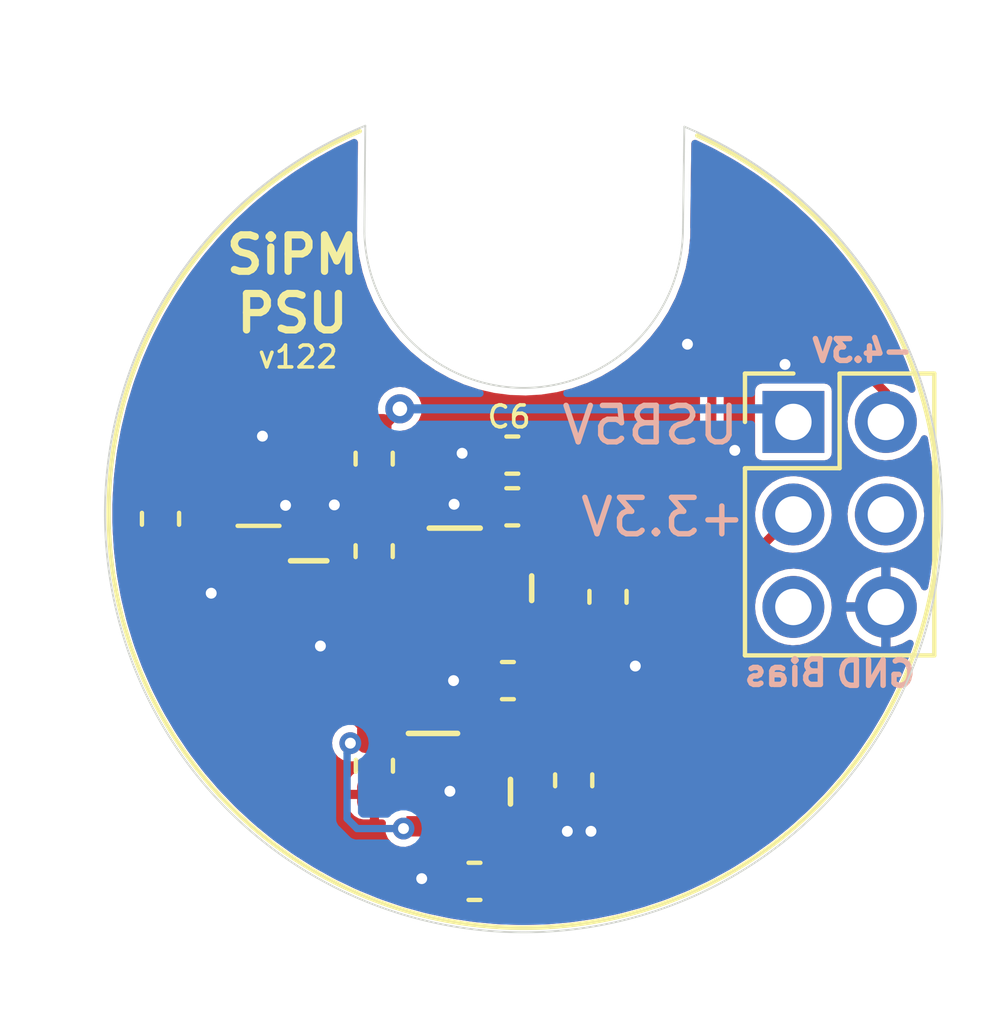
<source format=kicad_pcb>
(kicad_pcb (version 20201116) (generator pcbnew)
  (layers (0 "F.Cu" signal) (31 "B.Cu" signal) (34 "B.Paste" user) (35 "F.Paste" user) (36 "B.SilkS" user "B.Silkscreen") (37 "F.SilkS" user "F.Silkscreen") (38 "B.Mask" user) (39 "F.Mask" user) (44 "Edge.Cuts" user))
  (net 0 "")
  (net 1 "GND")
  (net 2 "+5V")
  (net 3 "VDDA")
  (net 4 "-5V")
  (net 5 "VSSA")
  (net 6 "Net-(C8-Pad2)")
  (net 7 "Net-(C8-Pad1)")
  (net 8 "Net-(C17-Pad2)")
  (net 9 "Net-(R8-Pad1)")
  (footprint "footprints:C_0603_1608Metric" (layer "F.Cu") (at 198.65 110.675)
    (fp_text reference "C17" hide)
    (fp_text value "10n" hide)
    (fp_line (start -0.162779 0.51) (end 0.162779 0.51) (layer "F.SilkS") (width 0.12))
    (fp_line (start -0.162779 -0.51) (end 0.162779 -0.51) (layer "F.SilkS") (width 0.12))
    (pad "1" smd roundrect (at -0.7875 0) (size 0.875 0.95) (layers "F.Cu" "F.Paste" "F.Mask") (net 1 "GND"))
    (pad "2" smd roundrect (at 0.7875 0) (size 0.875 0.95) (layers "F.Cu" "F.Paste" "F.Mask") (net 8 "Net-(C17-Pad2)"))
  )
  (footprint "footprints:TPS79333DBVR" (layer "F.Cu") (at 198.63495 108.212499)
    (fp_text reference "U5" hide)
    (fp_text value "TPS79333DBVR" hide)
    (fp_line (start -0.45 -1.6) (end -1.8 -1.6) (layer "F.SilkS") (width 0.1524))
    (fp_line (start 1.0033 0.337861) (end 1.0033 -0.337861) (layer "F.SilkS") (width 0.1524))
    (pad "1" smd rect (at -1.1176 -0.950001) (size 1.4732 0.5588) (layers "F.Cu" "F.Paste" "F.Mask") (net 2 "+5V"))
    (pad "2" smd rect (at -1.1176 0) (size 1.4732 0.5588) (layers "F.Cu" "F.Paste" "F.Mask") (net 1 "GND"))
    (pad "3" smd rect (at -1.1176 0.950001) (size 1.4732 0.5588) (layers "F.Cu" "F.Paste" "F.Mask") (net 2 "+5V"))
    (pad "4" smd rect (at 1.1176 0.950001) (size 1.4732 0.5588) (layers "F.Cu" "F.Paste" "F.Mask") (net 8 "Net-(C17-Pad2)"))
    (pad "5" smd rect (at 1.1176 -0.950001) (size 1.4732 0.5588) (layers "F.Cu" "F.Paste" "F.Mask") (net 3 "VDDA"))
  )
  (footprint "footprints:PinHeader_2x03_P2.54mm_Vertical" (layer "F.Cu") (at 207.41 98.06)
    (fp_text reference "J3" hide)
    (fp_text value "SSQ-103-03-G-D" hide)
    (fp_line (start 1.27 1.27) (end 1.27 -1.33) (layer "F.SilkS") (width 0.12))
    (fp_line (start 1.27 -1.33) (end 3.87 -1.33) (layer "F.SilkS") (width 0.12))
    (fp_line (start -1.33 1.27) (end -1.33 6.41) (layer "F.SilkS") (width 0.12))
    (fp_line (start -1.33 0) (end -1.33 -1.33) (layer "F.SilkS") (width 0.12))
    (fp_line (start -1.33 -1.33) (end 0 -1.33) (layer "F.SilkS") (width 0.12))
    (fp_line (start -1.33 6.41) (end 3.87 6.41) (layer "F.SilkS") (width 0.12))
    (fp_line (start -1.33 1.27) (end 1.27 1.27) (layer "F.SilkS") (width 0.12))
    (fp_line (start 3.87 -1.33) (end 3.87 6.41) (layer "F.SilkS") (width 0.12))
    (pad "1" thru_hole rect (at 0 0) (size 1.7 1.7) (drill 1) (layers *.Cu *.Mask) (net 2 "+5V"))
    (pad "2" thru_hole oval (at 2.54 0) (size 1.7 1.7) (drill 1) (layers *.Cu *.Mask) (net 5 "VSSA"))
    (pad "3" thru_hole oval (at 0 2.54) (size 1.7 1.7) (drill 1) (layers *.Cu *.Mask) (net 3 "VDDA"))
    (pad "4" thru_hole oval (at 2.54 2.54) (size 1.7 1.7) (drill 1) (layers *.Cu *.Mask))
    (pad "5" thru_hole oval (at 0 5.08) (size 1.7 1.7) (drill 1) (layers *.Cu *.Mask))
    (pad "6" thru_hole oval (at 2.54 5.08) (size 1.7 1.7) (drill 1) (layers *.Cu *.Mask) (net 1 "GND"))
  )
  (footprint "footprints:C_0603_1608Metric" (layer "F.Cu") (at 195.9 107.5 90)
    (fp_text reference "C2" hide)
    (fp_text value "1u" hide)
    (fp_line (start -0.162779 0.51) (end 0.162779 0.51) (layer "F.SilkS") (width 0.12))
    (fp_line (start -0.162779 -0.51) (end 0.162779 -0.51) (layer "F.SilkS") (width 0.12))
    (pad "1" smd roundrect (at -0.7875 0 90) (size 0.875 0.95) (layers "F.Cu" "F.Paste" "F.Mask") (net 1 "GND"))
    (pad "2" smd roundrect (at 0.7875 0 90) (size 0.875 0.95) (layers "F.Cu" "F.Paste" "F.Mask") (net 2 "+5V"))
  )
  (footprint "footprints:C_0603_1608Metric" (layer "F.Cu") (at 195.8946 99.067501 90)
    (fp_text reference "C1" hide)
    (fp_text value "22u" hide)
    (fp_line (start -0.162779 0.51) (end 0.162779 0.51) (layer "F.SilkS") (width 0.12))
    (fp_line (start -0.162779 -0.51) (end 0.162779 -0.51) (layer "F.SilkS") (width 0.12))
    (pad "1" smd roundrect (at -0.7875 0 90) (size 0.875 0.95) (layers "F.Cu" "F.Paste" "F.Mask") (net 1 "GND"))
    (pad "2" smd roundrect (at 0.7875 0 90) (size 0.875 0.95) (layers "F.Cu" "F.Paste" "F.Mask") (net 2 "+5V"))
  )
  (footprint "footprints:C_0603_1608Metric" (layer "F.Cu") (at 201.375 107.9 90)
    (fp_text reference "C3" hide)
    (fp_text value "22u" hide)
    (fp_line (start -0.162779 0.51) (end 0.162779 0.51) (layer "F.SilkS") (width 0.12))
    (fp_line (start -0.162779 -0.51) (end 0.162779 -0.51) (layer "F.SilkS") (width 0.12))
    (pad "1" smd roundrect (at -0.7875 0 90) (size 0.875 0.95) (layers "F.Cu" "F.Paste" "F.Mask") (net 1 "GND"))
    (pad "2" smd roundrect (at 0.7875 0 90) (size 0.875 0.95) (layers "F.Cu" "F.Paste" "F.Mask") (net 3 "VDDA"))
  )
  (footprint "footprints:C_0603_1608Metric" (layer "F.Cu") (at 190.025 100.718501 90)
    (fp_text reference "C8" hide)
    (fp_text value "1uF" hide)
    (fp_line (start -0.162779 -0.51) (end 0.162779 -0.51) (layer "F.SilkS") (width 0.12))
    (fp_line (start -0.162779 0.51) (end 0.162779 0.51) (layer "F.SilkS") (width 0.12))
    (pad "1" smd roundrect (at -0.7875 0 90) (size 0.875 0.95) (layers "F.Cu" "F.Paste" "F.Mask") (net 7 "Net-(C8-Pad1)"))
    (pad "2" smd roundrect (at 0.7875 0 90) (size 0.875 0.95) (layers "F.Cu" "F.Paste" "F.Mask") (net 6 "Net-(C8-Pad2)"))
  )
  (footprint "footprints:C_0603_1608Metric" (layer "F.Cu") (at 195.8946 101.607501 -90)
    (fp_text reference "C15" hide)
    (fp_text value "22u" hide)
    (fp_line (start -0.162779 0.51) (end 0.162779 0.51) (layer "F.SilkS") (width 0.12))
    (fp_line (start -0.162779 -0.51) (end 0.162779 -0.51) (layer "F.SilkS") (width 0.12))
    (pad "1" smd roundrect (at -0.7875 0 270) (size 0.875 0.95) (layers "F.Cu" "F.Paste" "F.Mask") (net 1 "GND"))
    (pad "2" smd roundrect (at 0.7875 0 270) (size 0.875 0.95) (layers "F.Cu" "F.Paste" "F.Mask") (net 4 "-5V"))
  )
  (footprint "footprints:R_0603_1608Metric" (layer "F.Cu") (at 199.5676 105.162501)
    (fp_text reference "R9" hide)
    (fp_text value "24.9k" hide)
    (fp_line (start -0.162779 -0.51) (end 0.162779 -0.51) (layer "F.SilkS") (width 0.12))
    (fp_line (start -0.162779 0.51) (end 0.162779 0.51) (layer "F.SilkS") (width 0.12))
    (pad "1" smd roundrect (at -0.7875 0) (size 0.875 0.95) (layers "F.Cu" "F.Paste" "F.Mask") (net 1 "GND"))
    (pad "2" smd roundrect (at 0.7875 0) (size 0.875 0.95) (layers "F.Cu" "F.Paste" "F.Mask") (net 9 "Net-(R8-Pad1)"))
  )
  (footprint "footprints:R_0603_1608Metric" (layer "F.Cu") (at 202.3176 102.862501 90)
    (fp_text reference "R8" hide)
    (fp_text value "64.9k" hide)
    (fp_line (start -0.162779 0.51) (end 0.162779 0.51) (layer "F.SilkS") (width 0.12))
    (fp_line (start -0.162779 -0.51) (end 0.162779 -0.51) (layer "F.SilkS") (width 0.12))
    (pad "1" smd roundrect (at -0.7875 0 90) (size 0.875 0.95) (layers "F.Cu" "F.Paste" "F.Mask") (net 9 "Net-(R8-Pad1)"))
    (pad "2" smd roundrect (at 0.7875 0 90) (size 0.875 0.95) (layers "F.Cu" "F.Paste" "F.Mask") (net 5 "VSSA"))
  )
  (footprint "footprints:LM2776DBVR" (layer "F.Cu") (at 192.7676 100.3125 180)
    (fp_text reference "U1" hide)
    (fp_text value "LM2776" hide)
    (fp_line (start -0.83 -1.56) (end -1.826212 -1.56) (layer "F.SilkS") (width 0.1524))
    (pad "1" smd rect (at -1.35 -0.950001 180) (size 1.0414 0.6096) (layers "F.Cu" "F.Paste" "F.Mask") (net 4 "-5V"))
    (pad "2" smd rect (at -1.35 0 180) (size 1.0414 0.6096) (layers "F.Cu" "F.Paste" "F.Mask") (net 1 "GND"))
    (pad "3" smd rect (at -1.35 0.950001 180) (size 1.0414 0.6096) (layers "F.Cu" "F.Paste" "F.Mask") (net 2 "+5V"))
    (pad "4" smd rect (at 1.35 0.950001 180) (size 1.0414 0.6096) (layers "F.Cu" "F.Paste" "F.Mask") (net 2 "+5V"))
    (pad "5" smd rect (at 1.35 0 180) (size 1.0414 0.6096) (layers "F.Cu" "F.Paste" "F.Mask") (net 6 "Net-(C8-Pad2)"))
    (pad "6" smd rect (at 1.35 -0.950001 180) (size 1.0414 0.6096) (layers "F.Cu" "F.Paste" "F.Mask") (net 7 "Net-(C8-Pad1)"))
  )
  (footprint "footprints:C_0603_1608Metric" (layer "F.Cu") (at 199.689 100.39)
    (fp_text reference "C5" hide)
    (fp_text value "22u" hide)
    (fp_line (start -0.162779 0.51) (end 0.162779 0.51) (layer "F.SilkS") (width 0.12))
    (fp_line (start -0.162779 -0.51) (end 0.162779 -0.51) (layer "F.SilkS") (width 0.12))
    (pad "1" smd roundrect (at -0.7875 0) (size 0.875 0.95) (layers "F.Cu" "F.Paste" "F.Mask") (net 1 "GND"))
    (pad "2" smd roundrect (at 0.7875 0) (size 0.875 0.95) (layers "F.Cu" "F.Paste" "F.Mask") (net 5 "VSSA"))
  )
  (footprint "footprints:TPS72301DBVR" (layer "F.Cu") (at 199.2176 102.625001)
    (fp_text reference "U3" hide)
    (fp_text value "TPS72301DBVR" hide)
    (fp_line (start 1.0033 0.337861) (end 1.0033 -0.337861) (layer "F.SilkS") (width 0.1524))
    (fp_line (start -0.41 -1.65) (end -1.81 -1.65) (layer "F.SilkS") (width 0.1524))
    (pad "1" smd rect (at -1.1176 -0.950001) (size 1.4732 0.5588) (layers "F.Cu" "F.Paste" "F.Mask") (net 1 "GND"))
    (pad "2" smd rect (at -1.1176 0) (size 1.4732 0.5588) (layers "F.Cu" "F.Paste" "F.Mask") (net 4 "-5V"))
    (pad "3" smd rect (at -1.1176 0.950001) (size 1.4732 0.5588) (layers "F.Cu" "F.Paste" "F.Mask") (net 4 "-5V"))
    (pad "4" smd rect (at 1.1176 0.950001) (size 1.4732 0.5588) (layers "F.Cu" "F.Paste" "F.Mask") (net 9 "Net-(R8-Pad1)"))
    (pad "5" smd rect (at 1.1176 -0.950001) (size 1.4732 0.5588) (layers "F.Cu" "F.Paste" "F.Mask") (net 5 "VSSA"))
  )
  (footprint "footprints:C_0603_1608Metric" (layer "F.Cu") (at 199.69 98.97)
    (fp_text reference "C6" (at -0.09 -1.05 180) (layer "F.SilkS") (effects (font (size 0.6 0.6) (thickness 0.1))))
    (fp_text value "22u")
    (fp_line (start -0.162779 -0.51) (end 0.162779 -0.51) (layer "F.SilkS") (width 0.12))
    (fp_line (start -0.162779 0.51) (end 0.162779 0.51) (layer "F.SilkS") (width 0.12))
    (pad "1" smd roundrect (at -0.7875 0) (size 0.875 0.95) (layers "F.Cu" "F.Paste" "F.Mask") (net 1 "GND"))
    (pad "2" smd roundrect (at 0.7875 0) (size 0.875 0.95) (layers "F.Cu" "F.Paste" "F.Mask") (net 5 "VSSA"))
  )
  (gr_line (start 192.1426 100.9125) (end 193.2926 100.9125) (layer "F.SilkS") (width 0.12))
  (gr_arc (start 200 100.55) (end 195.5 90.075) (angle -312.0290908) (layer "F.SilkS") (width 0.12))
  (gr_line (start 204.376754 92.766507) (end 204.414033 89.951384) (layer "Edge.Cuts") (width 0.05))
  (gr_arc (start 200 92.75) (end 195.625 92.875) (angle -178.1473288) (layer "Edge.Cuts") (width 0.05))
  (gr_line (start 195.625 92.875) (end 195.65 89.925) (layer "Edge.Cuts") (width 0.05))
  (gr_arc (start 200.000001 100.57262) (end 195.65 89.925) (angle -315.2108546) (layer "Edge.Cuts") (width 0.05))
  (gr_text "Bias" (at 207.2 104.95) (layer "B.SilkS") (effects (font (size 0.7 0.7)) (justify mirror)))
  (gr_text "USB5V" (at 203.475 98.15) (layer "B.SilkS") (effects (font (size 1 1)) (justify mirror)))
  (gr_text "GND" (at 209.675 104.975) (layer "B.SilkS") (effects (font (size 0.7 0.7)) (justify mirror)))
  (gr_text "+3.3V" (at 203.825 100.675) (layer "B.SilkS") (effects (font (size 1 1)) (justify mirror)))
  (gr_text "-4.3V" (at 209.3 96.1) (layer "B.SilkS") (effects (font (size 0.6 0.6)) (justify mirror)))
  (gr_text "v122" (at 193.8 96.275) (layer "F.SilkS") (effects (font (size 0.6 0.6) (thickness 0.1))))
  (gr_text "SiPM\nPSU\n" (at 193.65 94.275) (layer "F.SilkS") (effects (font (size 1 1) (thickness 0.2))))
  (segment (start 194.8786 100.337501) (end 194.142601 100.337501) (width 0.25) (layer "F.Cu") (net 1))
  (segment (start 198.062499 101.712501) (end 198.1 101.675) (width 0.5) (layer "F.Cu") (net 1))
  (segment (start 196.0216 100.820001) (end 195.3611 100.820001) (width 0.25) (layer "F.Cu") (net 1))
  (segment (start 194.142601 100.337501) (end 194.1176 100.3125) (width 0.25) (layer "F.Cu") (net 1))
  (segment (start 197.51735 108.212499) (end 196.28495 108.212499) (width 0.5) (layer "F.Cu") (net 1))
  (segment (start 196.0216 99.855001) (end 195.3611 99.855001) (width 0.25) (layer "F.Cu") (net 1))
  (segment (start 195.3611 99.855001) (end 194.8786 100.337501) (width 0.25) (layer "F.Cu") (net 1))
  (segment (start 195.3611 100.820001) (end 194.8786 100.337501) (width 0.25) (layer "F.Cu") (net 1))
  (segment (start 195.8946 99.855001) (end 195.8946 100.820001) (width 0.25) (layer "F.Cu") (net 1))
  (segment (start 194.4301 104.200001) (end 194.4176 104.212501) (width 0.2) (layer "F.Cu") (net 1))
  (segment (start 199.1 100.3) (end 198.0676 100.312501) (width 0.2) (layer "F.Cu") (net 1))
  (segment (start 203.0676 104.762501) (end 203.0676 104.650001) (width 0.25) (layer "F.Cu") (net 1))
  (segment (start 198.075 105.162501) (end 198.7801 105.162501) (width 0.25) (layer "F.Cu") (net 1))
  (segment (start 198.0176 100.262501) (end 198.0176 101.5926) (width 0.2) (layer "F.Cu") (net 1))
  (segment (start 200.8875 108.2) (end 197.975 108.2) (width 0.3) (layer "F.Cu") (net 1))
  (segment (start 201.375 108.6875) (end 200.8875 108.2) (width 0.2) (layer "F.Cu") (net 1))
  (segment (start 199.0801 100.301501) (end 199.0441 100.337501) (width 0.2) (layer "F.Cu") (net 1))
  (segment (start 199.0801 98.612501) (end 199.0801 100.301501) (width 0.2) (layer "F.Cu") (net 1))
  (segment (start 198.0176 101.5926) (end 198.1 101.675) (width 0.2) (layer "F.Cu") (net 1))
  (via (at 198.075 105.162501) (size 0.6) (drill 0.3) (layers "F.Cu" "B.Cu") (net 1))
  (via (at 192.825 98.450001) (size 0.6) (drill 0.3) (layers "F.Cu" "B.Cu") (net 1))
  (via (at 198.09 100.32) (size 0.6) (drill 0.3) (layers "F.Cu" "B.Cu") (net 1))
  (via (at 197.975 108.2) (size 0.6) (drill 0.3) (layers "F.Cu" "B.Cu") (net 1))
  (via (at 201.85 109.3) (size 0.6) (drill 0.3) (layers "F.Cu" "B.Cu") (net 1))
  (via (at 194.4176 104.212501) (size 0.6) (drill 0.3) (layers "F.Cu" "B.Cu") (net 1))
  (via (at 197.2 110.6) (size 0.6) (drill 0.3) (layers "F.Cu" "B.Cu") (net 1))
  (via (at 198.31 98.92) (size 0.6) (drill 0.3) (layers "F.Cu" "B.Cu") (net 1))
  (via (at 194.8 100.337501) (size 0.6) (drill 0.3) (layers "F.Cu" "B.Cu") (net 1))
  (via (at 191.4176 102.762501) (size 0.6) (drill 0.3) (layers "F.Cu" "B.Cu") (net 1))
  (via (at 205.8 98.84) (size 0.6) (drill 0.3) (layers "F.Cu" "B.Cu") (net 1))
  (via (at 201.2 109.3) (size 0.6) (drill 0.3) (layers "F.Cu" "B.Cu") (net 1))
  (via (at 207.18 96.48) (size 0.6) (drill 0.3) (layers "F.Cu" "B.Cu") (net 1))
  (via (at 203.0676 104.762501) (size 0.6) (drill 0.3) (layers "F.Cu" "B.Cu") (net 1))
  (via (at 193.46 100.35) (size 0.6) (drill 0.3) (layers "F.Cu" "B.Cu") (net 1))
  (via (at 204.5 95.925) (size 0.6) (drill 0.3) (layers "F.Cu" "B.Cu") (net 1))
  (segment (start 197.517349 107.262499) (end 197.51735 107.262498) (width 0.2) (layer "F.Cu") (net 2))
  (segment (start 191.4176 99.362499) (end 192.817602 99.362499) (width 0.5) (layer "F.Cu") (net 2))
  (segment (start 192.817602 99.362499) (end 194.1176 99.362499) (width 0.5) (layer "F.Cu") (net 2))
  (segment (start 192.675 104.962503) (end 192.675 99.362499) (width 0.5) (layer "F.Cu") (net 2))
  (segment (start 194.9176 105.7125) (end 194.0676 105.7125) (width 0.5) (layer "F.Cu") (net 2))
  (segment (start 192.675 105.25) (end 193.1375 105.7125) (width 0.5) (layer "F.Cu") (net 2))
  (segment (start 194.237502 99.362499) (end 195.32 98.280001) (width 0.5) (layer "F.Cu") (net 2))
  (segment (start 192.675 104.962503) (end 192.675 105.25) (width 0.5) (layer "F.Cu") (net 2))
  (segment (start 197.51735 109.1625) (end 198.0875 109.1625) (width 0.2) (layer "F.Cu") (net 2))
  (segment (start 195.025 105.7125) (end 195.9 106.5875) (width 0.5) (layer "F.Cu") (net 2))
  (segment (start 194.9176 105.7125) (end 195.025 105.7125) (width 0.5) (layer "F.Cu") (net 2))
  (segment (start 194.1176 99.362499) (end 194.237502 99.362499) (width 0.5) (layer "F.Cu") (net 2))
  (segment (start 198.0875 109.1625) (end 198.123351 109.1625) (width 0.2) (layer "F.Cu") (net 2))
  (segment (start 196.3 106.6) (end 196.974998 107.274998) (width 0.5) (layer "F.Cu") (net 2))
  (segment (start 195.8946 98.430001) (end 196.6 97.700001) (width 0.3) (layer "F.Cu") (net 2))
  (segment (start 198.012498 107.262498) (end 197.51735 107.262498) (width 0.2) (layer "F.Cu") (net 2))
  (segment (start 195.32 98.280001) (end 195.8946 98.280001) (width 0.3) (layer "F.Cu") (net 2))
  (segment (start 193.1375 105.7125) (end 193.924998 105.7125) (width 0.5) (layer "F.Cu") (net 2))
  (segment (start 194.0676 105.7125) (end 193.924998 105.7125) (width 0.5) (layer "F.Cu") (net 2))
  (segment (start 198.0625 107.3125) (end 198.012498 107.262498) (width 0.2) (layer "F.Cu") (net 2))
  (via (at 196.6 97.700001) (size 0.8) (drill 0.4) (layers "F.Cu" "B.Cu") (net 2))
  (via (at 196.7 109.225) (size 0.6) (drill 0.3) (layers "F.Cu" "B.Cu") (net 2))
  (via (at 195.24 106.88) (size 0.6) (drill 0.3) (layers "F.Cu" "B.Cu") (net 2))
  (segment (start 196.6 97.700001) (end 207.050001 97.700001) (width 0.25) (layer "B.Cu") (net 2))
  (segment (start 196.7 109.225) (end 195.425 109.225) (width 0.2) (layer "B.Cu") (net 2))
  (segment (start 195.15 108.95) (end 195.15 107.15) (width 0.2) (layer "B.Cu") (net 2))
  (segment (start 207.050001 97.700001) (end 207.41 98.06) (width 0.25) (layer "B.Cu") (net 2))
  (segment (start 195.425 109.225) (end 195.15 108.95) (width 0.2) (layer "B.Cu") (net 2))
  (segment (start 195.15 107.15) (end 195.3 107) (width 0.2) (layer "B.Cu") (net 2))
  (segment (start 199.75255 107.262498) (end 200.20975 107.262498) (width 0.2) (layer "F.Cu") (net 3))
  (segment (start 199.75255 107.262498) (end 200.022451 107.262498) (width 0.2) (layer "F.Cu") (net 3))
  (segment (start 203.650621 105.3) (end 203.650621 105.259379) (width 0.3) (layer "F.Cu") (net 3))
  (segment (start 205.5 102.51) (end 205.595 102.415) (width 0.25) (layer "F.Cu") (net 3))
  (segment (start 207.657599 100.572501) (end 207.5676 100.6625) (width 0.2) (layer "F.Cu") (net 3))
  (segment (start 205.595 102.415) (end 207.41 100.6) (width 0.25) (layer "F.Cu") (net 3))
  (segment (start 205.5 103.41) (end 205.5 102.51) (width 0.25) (layer "F.Cu") (net 3))
  (segment (start 201.274998 107.262498) (end 201.3375 107.325) (width 0.3) (layer "F.Cu") (net 3))
  (segment (start 199.75255 107.262498) (end 201.274998 107.262498) (width 0.3) (layer "F.Cu") (net 3))
  (segment (start 201.3375 107.325) (end 201.625621 107.325) (width 0.3) (layer "F.Cu") (net 3))
  (segment (start 201.625621 107.325) (end 203.650621 105.3) (width 0.3) (layer "F.Cu") (net 3))
  (segment (start 203.650621 105.259379) (end 205.5 103.41) (width 0.3) (layer "F.Cu") (net 3))
  (segment (start 207.667599 100.572501) (end 207.657599 100.572501) (width 0.2) (layer "F.Cu") (net 3))
  (segment (start 194.8891 101.262501) (end 196.0216 102.395001) (width 0.3) (layer "F.Cu") (net 4))
  (segment (start 194.1176 101.262501) (end 194.8891 101.262501) (width 0.3) (layer "F.Cu") (net 4))
  (segment (start 196.6251 102.395001) (end 196.0216 102.395001) (width 0.3) (layer "F.Cu") (net 4))
  (segment (start 196.8551 102.625001) (end 196.6251 102.395001) (width 0.3) (layer "F.Cu") (net 4))
  (segment (start 196.8551 102.625001) (end 198.1 102.625001) (width 0.3) (layer "F.Cu") (net 4))
  (segment (start 197.030101 103.575002) (end 198.1 103.575002) (width 0.3) (layer "F.Cu") (net 4))
  (segment (start 196.8551 103.400001) (end 197.030101 103.575002) (width 0.3) (layer "F.Cu") (net 4))
  (segment (start 196.8551 102.625001) (end 196.8551 103.400001) (width 0.3) (layer "F.Cu") (net 4))
  (segment (start 202.3176 101.825001) (end 200.485201 101.825001) (width 0.2) (layer "F.Cu") (net 5))
  (segment (start 200.4765 100.39) (end 200.4765 98.971) (width 0.25) (layer "F.Cu") (net 5))
  (segment (start 200.3352 101.675) (end 200.3352 100.5313) (width 0.25) (layer "F.Cu") (net 5))
  (segment (start 200.4765 98.971) (end 200.4775 98.97) (width 0.25) (layer "F.Cu") (net 5))
  (segment (start 205.17 96.44) (end 205.87 95.74) (width 0.25) (layer "F.Cu") (net 5))
  (segment (start 208.43 95.74) (end 209.95 97.26) (width 0.25) (layer "F.Cu") (net 5))
  (segment (start 204.65 98.97) (end 205.17 98.45) (width 0.25) (layer "F.Cu") (net 5))
  (segment (start 200.3352 100.5313) (end 200.4765 100.39) (width 0.25) (layer "F.Cu") (net 5))
  (segment (start 205.17 98.45) (end 205.17 96.44) (width 0.25) (layer "F.Cu") (net 5))
  (segment (start 200.485201 101.825001) (end 200.3352 101.675) (width 0.2) (layer "F.Cu") (net 5))
  (segment (start 209.95 97.26) (end 209.95 98.06) (width 0.25) (layer "F.Cu") (net 5))
  (segment (start 200.6551 98.612501) (end 200.7625 98.612501) (width 0.2) (layer "F.Cu") (net 5))
  (segment (start 200.4775 98.97) (end 204.65 98.97) (width 0.25) (layer "F.Cu") (net 5))
  (segment (start 205.87 95.74) (end 208.43 95.74) (width 0.25) (layer "F.Cu") (net 5))
  (segment (start 191.4176 100.3125) (end 189.8551 100.3125) (width 0.4) (layer "F.Cu") (net 6))
  (segment (start 189.8 101.262501) (end 191.4176 101.262501) (width 0.4) (layer "F.Cu") (net 7))
  (segment (start 199.4375 109.47755) (end 199.75255 109.1625) (width 0.3) (layer "F.Cu") (net 8))
  (segment (start 199.4375 110.675) (end 199.4375 109.47755) (width 0.3) (layer "F.Cu") (net 8))
  (segment (start 202.142599 103.575002) (end 202.3176 103.400001) (width 0.2) (layer "F.Cu") (net 9))
  (segment (start 202.3176 103.400001) (end 202.3176 103.837501) (width 0.2) (layer "F.Cu") (net 9))
  (segment (start 200.9926 105.162501) (end 200.3551 105.162501) (width 0.2) (layer "F.Cu") (net 9))
  (segment (start 200.3352 103.575002) (end 202.142599 103.575002) (width 0.2) (layer "F.Cu") (net 9))
  (segment (start 202.3176 103.837501) (end 200.9926 105.162501) (width 0.2) (layer "F.Cu") (net 9))
  (zone (net 1) (net_name "GND") (layer "F.Cu") (connect_pads (clearance 0.2)) (min_thickness 0.2) (fill yes (thermal_gap 0.25) (thermal_bridge_width 0.25))
    (polygon (pts (xy 212.890815 112.873267) (xy 185.615815 112.873267) (xy 185.615815 86.473267) (xy 212.890815 86.473267)))
  )
  (zone (net 1) (net_name "GND") (layer "B.Cu") (connect_pads (clearance 0.2)) (min_thickness 0.2) (fill yes (thermal_gap 0.25) (thermal_bridge_width 0.25))
    (polygon (pts (xy 212.925 114.600001) (xy 185.65 114.600001) (xy 185.65 88.200001) (xy 212.925 88.200001)))
  )
)
</source>
